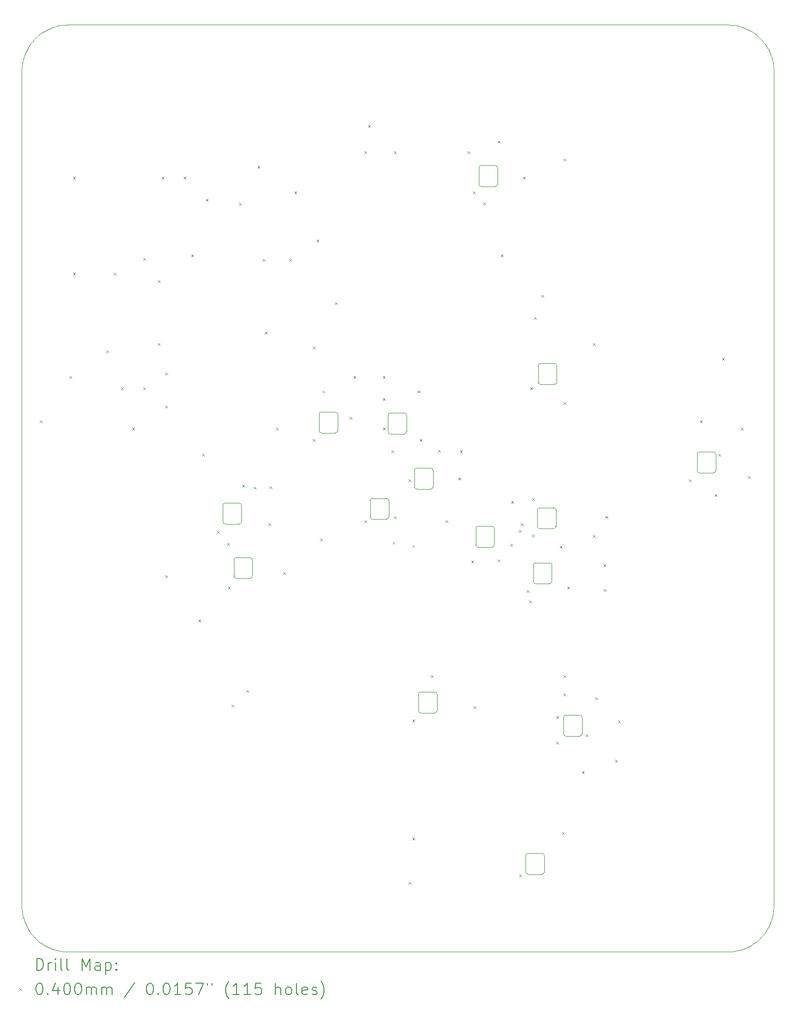
<source format=gbr>
%TF.GenerationSoftware,KiCad,Pcbnew,7.0.10*%
%TF.CreationDate,2024-02-18T18:29:23+01:00*%
%TF.ProjectId,hackerspacesnl,6861636b-6572-4737-9061-6365736e6c2e,rev?*%
%TF.SameCoordinates,Original*%
%TF.FileFunction,Drillmap*%
%TF.FilePolarity,Positive*%
%FSLAX45Y45*%
G04 Gerber Fmt 4.5, Leading zero omitted, Abs format (unit mm)*
G04 Created by KiCad (PCBNEW 7.0.10) date 2024-02-18 18:29:23*
%MOMM*%
%LPD*%
G01*
G04 APERTURE LIST*
%ADD10C,0.100000*%
%ADD11C,0.050000*%
%ADD12C,0.200000*%
G04 APERTURE END LIST*
D10*
X3223937Y-3686033D02*
X3224970Y-3644873D01*
X3223937Y-18041127D02*
X3223937Y-3686033D01*
X3224970Y-3644873D02*
X3228036Y-3604267D01*
X3224970Y-18082286D02*
X3223937Y-18041127D01*
X3228036Y-3604267D02*
X3233086Y-3564265D01*
X3228036Y-18122892D02*
X3224970Y-18082286D01*
X3233086Y-3564265D02*
X3240071Y-3524915D01*
X3233086Y-18162895D02*
X3228036Y-18122892D01*
X3240071Y-3524915D02*
X3248942Y-3486267D01*
X3240071Y-18202244D02*
X3233086Y-18162895D01*
X3248942Y-3486267D02*
X3259648Y-3448371D01*
X3248942Y-18240892D02*
X3240071Y-18202244D01*
X3259648Y-3448371D02*
X3272141Y-3411276D01*
X3259648Y-18278788D02*
X3248942Y-18240892D01*
X3272141Y-3411276D02*
X3286371Y-3375031D01*
X3272141Y-18315883D02*
X3259648Y-18278788D01*
X3286371Y-3375031D02*
X3302289Y-3339685D01*
X3286371Y-18352129D02*
X3272141Y-18315883D01*
X3302289Y-3339685D02*
X3319846Y-3305288D01*
X3302289Y-18387474D02*
X3286371Y-18352129D01*
X3319846Y-3305288D02*
X3338993Y-3271890D01*
X3319846Y-18421871D02*
X3302289Y-18387474D01*
X3338993Y-3271890D02*
X3359679Y-3239539D01*
X3338993Y-18455269D02*
X3319846Y-18421871D01*
X3359679Y-3239539D02*
X3381857Y-3208285D01*
X3359679Y-18487620D02*
X3338993Y-18455269D01*
X3381857Y-3208285D02*
X3405475Y-3178177D01*
X3381857Y-18518874D02*
X3359679Y-18487620D01*
X3405475Y-3178177D02*
X3430486Y-3149266D01*
X3405475Y-18548982D02*
X3381857Y-18518874D01*
X3430486Y-3149266D02*
X3456839Y-3121599D01*
X3430486Y-18577894D02*
X3405475Y-18548982D01*
X3456839Y-3121599D02*
X3484486Y-3095226D01*
X3456839Y-18605561D02*
X3430486Y-18577894D01*
X3484486Y-3095226D02*
X3513377Y-3070197D01*
X3484486Y-18631933D02*
X3456839Y-18605561D01*
X3513377Y-3070197D02*
X3543463Y-3046562D01*
X3513377Y-18656962D02*
X3484486Y-18631933D01*
X3543463Y-3046562D02*
X3574695Y-3024368D01*
X3543463Y-18680598D02*
X3513377Y-18656962D01*
X3574695Y-3024368D02*
X3607022Y-3003667D01*
X3574695Y-18702791D02*
X3543463Y-18680598D01*
X3607022Y-3003667D02*
X3640397Y-2984507D01*
X3607022Y-18723492D02*
X3574695Y-18702791D01*
X3640397Y-2984507D02*
X3674768Y-2966937D01*
X3640397Y-18742653D02*
X3607022Y-18723492D01*
X3674768Y-2966937D02*
X3710089Y-2951007D01*
X3674768Y-18760222D02*
X3640397Y-18742653D01*
X3710089Y-2951007D02*
X3746308Y-2936767D01*
X3710089Y-18776152D02*
X3674768Y-18760222D01*
X3746308Y-2936767D02*
X3783376Y-2924265D01*
X3746308Y-18790393D02*
X3710089Y-18776152D01*
X3783376Y-2924265D02*
X3821245Y-2913551D01*
X3783376Y-18802895D02*
X3746308Y-18790393D01*
X3821245Y-2913551D02*
X3859865Y-2904674D01*
X3821245Y-18813608D02*
X3783376Y-18802895D01*
X3859865Y-2904674D02*
X3899186Y-2897684D01*
X3859865Y-18822485D02*
X3821245Y-18813608D01*
X3899186Y-2897684D02*
X3939160Y-2892630D01*
X3899186Y-18829475D02*
X3859865Y-18822485D01*
X3939160Y-2892630D02*
X3979736Y-2889562D01*
X3939160Y-18834529D02*
X3899186Y-18829475D01*
X3979736Y-2889562D02*
X4020866Y-2888528D01*
X3979736Y-18837598D02*
X3939160Y-18834529D01*
X4020866Y-2888528D02*
X4020866Y-2888528D01*
X4020866Y-2888528D02*
X4020866Y-2888528D01*
X4020866Y-2888528D02*
X15377112Y-2888528D01*
X4020866Y-18838632D02*
X3979736Y-18837598D01*
X15377112Y-2888528D02*
X15418242Y-2889562D01*
X15377112Y-18838632D02*
X4020866Y-18838632D01*
X15418242Y-2889562D02*
X15458819Y-2892630D01*
X15418242Y-18837598D02*
X15377112Y-18838632D01*
X15458819Y-2892630D02*
X15498792Y-2897684D01*
X15458819Y-18834529D02*
X15418242Y-18837598D01*
X15498792Y-2897684D02*
X15538114Y-2904674D01*
X15498792Y-18829475D02*
X15458819Y-18834529D01*
X15538114Y-2904674D02*
X15576733Y-2913551D01*
X15538114Y-18822485D02*
X15498792Y-18829475D01*
X15576733Y-2913551D02*
X15614602Y-2924265D01*
X15576733Y-18813608D02*
X15538114Y-18822485D01*
X15614602Y-2924265D02*
X15651671Y-2936767D01*
X15614602Y-18802895D02*
X15576733Y-18813608D01*
X15651671Y-2936767D02*
X15687890Y-2951007D01*
X15651671Y-18790393D02*
X15614602Y-18802895D01*
X15687890Y-2951007D02*
X15723210Y-2966937D01*
X15687890Y-18776152D02*
X15651671Y-18790393D01*
X15723210Y-2966937D02*
X15757582Y-2984507D01*
X15723210Y-18760222D02*
X15687890Y-18776152D01*
X15757582Y-2984507D02*
X15790956Y-3003667D01*
X15757582Y-18742653D02*
X15723210Y-18760222D01*
X15790956Y-3003667D02*
X15823284Y-3024368D01*
X15790956Y-18723492D02*
X15757582Y-18742653D01*
X15823284Y-3024368D02*
X15854515Y-3046562D01*
X15823284Y-18702791D02*
X15790956Y-18723492D01*
X15854515Y-3046562D02*
X15884601Y-3070197D01*
X15854515Y-18680598D02*
X15823284Y-18702791D01*
X15884601Y-3070197D02*
X15913492Y-3095226D01*
X15884601Y-18656962D02*
X15854515Y-18680598D01*
X15913492Y-3095226D02*
X15941139Y-3121599D01*
X15913492Y-18631933D02*
X15884601Y-18656962D01*
X15941139Y-3121599D02*
X15967493Y-3149266D01*
X15941139Y-18605561D02*
X15913492Y-18631933D01*
X15967493Y-3149266D02*
X15992504Y-3178177D01*
X15967493Y-18577894D02*
X15941139Y-18605561D01*
X15992504Y-3178177D02*
X16016122Y-3208285D01*
X15992504Y-18548982D02*
X15967493Y-18577894D01*
X16016122Y-3208285D02*
X16038299Y-3239539D01*
X16016122Y-18518874D02*
X15992504Y-18548982D01*
X16038299Y-3239539D02*
X16058986Y-3271890D01*
X16038299Y-18487620D02*
X16016122Y-18518874D01*
X16058986Y-3271890D02*
X16078132Y-3305288D01*
X16058986Y-18455269D02*
X16038299Y-18487620D01*
X16078132Y-3305288D02*
X16095689Y-3339685D01*
X16078132Y-18421871D02*
X16058986Y-18455269D01*
X16095689Y-3339685D02*
X16111608Y-3375031D01*
X16095689Y-18387474D02*
X16078132Y-18421871D01*
X16111608Y-3375031D02*
X16125838Y-3411276D01*
X16111608Y-18352129D02*
X16095689Y-18387474D01*
X16125838Y-3411276D02*
X16138331Y-3448371D01*
X16125838Y-18315883D02*
X16111608Y-18352129D01*
X16138331Y-3448371D02*
X16149037Y-3486267D01*
X16138331Y-18278788D02*
X16125838Y-18315883D01*
X16149037Y-3486267D02*
X16157907Y-3524915D01*
X16149037Y-18240892D02*
X16138331Y-18278788D01*
X16157907Y-3524915D02*
X16164892Y-3564265D01*
X16157907Y-18202244D02*
X16149037Y-18240892D01*
X16164892Y-3564265D02*
X16169943Y-3604267D01*
X16164892Y-18162895D02*
X16157907Y-18202244D01*
X16169943Y-3604267D02*
X16173009Y-3644873D01*
X16169943Y-18122892D02*
X16164892Y-18162895D01*
X16173009Y-3644873D02*
X16174042Y-3686033D01*
X16173009Y-18082286D02*
X16169943Y-18122892D01*
X16174042Y-3686033D02*
X16174042Y-18041127D01*
X16174042Y-18041127D02*
X16173009Y-18082286D01*
D11*
X9501744Y-11394608D02*
X9261744Y-11394608D01*
X9221744Y-11354608D02*
X9221744Y-11074608D01*
X9541744Y-11354608D02*
X9541744Y-11074608D01*
X9501744Y-11034608D02*
X9261744Y-11034608D01*
X9221744Y-11354608D02*
G75*
G03*
X9261744Y-11394608I40000J0D01*
G01*
X9501744Y-11394608D02*
G75*
G03*
X9541744Y-11354608I0J40000D01*
G01*
X9261744Y-11034608D02*
G75*
G03*
X9221744Y-11074608I0J-40000D01*
G01*
X9541744Y-11074608D02*
G75*
G03*
X9501744Y-11034608I-40000J0D01*
G01*
X7155800Y-12413910D02*
X6915800Y-12413910D01*
X6875800Y-12373910D02*
X6875800Y-12093910D01*
X7195800Y-12373910D02*
X7195800Y-12093910D01*
X7155800Y-12053910D02*
X6915800Y-12053910D01*
X6875800Y-12373910D02*
G75*
G03*
X6915800Y-12413910I40000J0D01*
G01*
X7155800Y-12413910D02*
G75*
G03*
X7195800Y-12373910I0J40000D01*
G01*
X6915800Y-12053910D02*
G75*
G03*
X6875800Y-12093910I0J-40000D01*
G01*
X7195800Y-12093910D02*
G75*
G03*
X7155800Y-12053910I-40000J0D01*
G01*
X12395910Y-9074240D02*
X12155910Y-9074240D01*
X12115910Y-9034240D02*
X12115910Y-8754240D01*
X12435910Y-9034240D02*
X12435910Y-8754240D01*
X12395910Y-8714240D02*
X12155910Y-8714240D01*
X12115910Y-9034240D02*
G75*
G03*
X12155910Y-9074240I40000J0D01*
G01*
X12395910Y-9074240D02*
G75*
G03*
X12435910Y-9034240I0J40000D01*
G01*
X12155910Y-8714240D02*
G75*
G03*
X12115910Y-8754240I0J-40000D01*
G01*
X12435910Y-8754240D02*
G75*
G03*
X12395910Y-8714240I-40000J0D01*
G01*
X12383210Y-11557090D02*
X12143210Y-11557090D01*
X12103210Y-11517090D02*
X12103210Y-11237090D01*
X12423210Y-11517090D02*
X12423210Y-11237090D01*
X12383210Y-11197090D02*
X12143210Y-11197090D01*
X12103210Y-11517090D02*
G75*
G03*
X12143210Y-11557090I40000J0D01*
G01*
X12383210Y-11557090D02*
G75*
G03*
X12423210Y-11517090I0J40000D01*
G01*
X12143210Y-11197090D02*
G75*
G03*
X12103210Y-11237090I0J-40000D01*
G01*
X12423210Y-11237090D02*
G75*
G03*
X12383210Y-11197090I-40000J0D01*
G01*
X11321490Y-11875860D02*
X11081490Y-11875860D01*
X11041490Y-11835860D02*
X11041490Y-11555860D01*
X11361490Y-11835860D02*
X11361490Y-11555860D01*
X11321490Y-11515860D02*
X11081490Y-11515860D01*
X11041490Y-11835860D02*
G75*
G03*
X11081490Y-11875860I40000J0D01*
G01*
X11321490Y-11875860D02*
G75*
G03*
X11361490Y-11835860I0J40000D01*
G01*
X11081490Y-11515860D02*
G75*
G03*
X11041490Y-11555860I0J-40000D01*
G01*
X11361490Y-11555860D02*
G75*
G03*
X11321490Y-11515860I-40000J0D01*
G01*
X10334700Y-14729550D02*
X10094700Y-14729550D01*
X10054700Y-14689550D02*
X10054700Y-14409550D01*
X10374700Y-14689550D02*
X10374700Y-14409550D01*
X10334700Y-14369550D02*
X10094700Y-14369550D01*
X10054700Y-14689550D02*
G75*
G03*
X10094700Y-14729550I40000J0D01*
G01*
X10334700Y-14729550D02*
G75*
G03*
X10374700Y-14689550I0J40000D01*
G01*
X10094700Y-14369550D02*
G75*
G03*
X10054700Y-14409550I0J-40000D01*
G01*
X10374700Y-14409550D02*
G75*
G03*
X10334700Y-14369550I-40000J0D01*
G01*
X9810190Y-9926410D02*
X9570190Y-9926410D01*
X9530190Y-9886410D02*
X9530190Y-9606410D01*
X9850190Y-9886410D02*
X9850190Y-9606410D01*
X9810190Y-9566410D02*
X9570190Y-9566410D01*
X9530190Y-9886410D02*
G75*
G03*
X9570190Y-9926410I40000J0D01*
G01*
X9810190Y-9926410D02*
G75*
G03*
X9850190Y-9886410I0J40000D01*
G01*
X9570190Y-9566410D02*
G75*
G03*
X9530190Y-9606410I0J-40000D01*
G01*
X9850190Y-9606410D02*
G75*
G03*
X9810190Y-9566410I-40000J0D01*
G01*
X15133940Y-10597048D02*
X14893940Y-10597048D01*
X14853940Y-10557048D02*
X14853940Y-10277048D01*
X15173940Y-10557048D02*
X15173940Y-10277048D01*
X15133940Y-10237048D02*
X14893940Y-10237048D01*
X14853940Y-10557048D02*
G75*
G03*
X14893940Y-10597048I40000J0D01*
G01*
X15133940Y-10597048D02*
G75*
G03*
X15173940Y-10557048I0J40000D01*
G01*
X14893940Y-10237048D02*
G75*
G03*
X14853940Y-10277048I0J-40000D01*
G01*
X15173940Y-10277048D02*
G75*
G03*
X15133940Y-10237048I-40000J0D01*
G01*
X12312508Y-12505604D02*
X12072508Y-12505604D01*
X12032508Y-12465604D02*
X12032508Y-12185604D01*
X12352508Y-12465604D02*
X12352508Y-12185604D01*
X12312508Y-12145604D02*
X12072508Y-12145604D01*
X12032508Y-12465604D02*
G75*
G03*
X12072508Y-12505604I40000J0D01*
G01*
X12312508Y-12505604D02*
G75*
G03*
X12352508Y-12465604I0J40000D01*
G01*
X12072508Y-12145604D02*
G75*
G03*
X12032508Y-12185604I0J-40000D01*
G01*
X12352508Y-12185604D02*
G75*
G03*
X12312508Y-12145604I-40000J0D01*
G01*
X12181280Y-17503230D02*
X11941280Y-17503230D01*
X11901280Y-17463230D02*
X11901280Y-17183230D01*
X12221280Y-17463230D02*
X12221280Y-17183230D01*
X12181280Y-17143230D02*
X11941280Y-17143230D01*
X11901280Y-17463230D02*
G75*
G03*
X11941280Y-17503230I40000J0D01*
G01*
X12181280Y-17503230D02*
G75*
G03*
X12221280Y-17463230I0J40000D01*
G01*
X11941280Y-17143230D02*
G75*
G03*
X11901280Y-17183230I0J-40000D01*
G01*
X12221280Y-17183230D02*
G75*
G03*
X12181280Y-17143230I-40000J0D01*
G01*
X8622740Y-9909900D02*
X8382740Y-9909900D01*
X8342740Y-9869900D02*
X8342740Y-9589900D01*
X8662740Y-9869900D02*
X8662740Y-9589900D01*
X8622740Y-9549900D02*
X8382740Y-9549900D01*
X8342740Y-9869900D02*
G75*
G03*
X8382740Y-9909900I40000J0D01*
G01*
X8622740Y-9909900D02*
G75*
G03*
X8662740Y-9869900I0J40000D01*
G01*
X8382740Y-9549900D02*
G75*
G03*
X8342740Y-9589900I0J-40000D01*
G01*
X8662740Y-9589900D02*
G75*
G03*
X8622740Y-9549900I-40000J0D01*
G01*
X6967750Y-11477080D02*
X6727750Y-11477080D01*
X6687750Y-11437080D02*
X6687750Y-11157080D01*
X7007750Y-11437080D02*
X7007750Y-11157080D01*
X6967750Y-11117080D02*
X6727750Y-11117080D01*
X6687750Y-11437080D02*
G75*
G03*
X6727750Y-11477080I40000J0D01*
G01*
X6967750Y-11477080D02*
G75*
G03*
X7007750Y-11437080I0J40000D01*
G01*
X6727750Y-11117080D02*
G75*
G03*
X6687750Y-11157080I0J-40000D01*
G01*
X7007750Y-11157080D02*
G75*
G03*
X6967750Y-11117080I-40000J0D01*
G01*
X10264850Y-10877640D02*
X10024850Y-10877640D01*
X9984850Y-10837640D02*
X9984850Y-10557640D01*
X10304850Y-10837640D02*
X10304850Y-10557640D01*
X10264850Y-10517640D02*
X10024850Y-10517640D01*
X9984850Y-10837640D02*
G75*
G03*
X10024850Y-10877640I40000J0D01*
G01*
X10264850Y-10877640D02*
G75*
G03*
X10304850Y-10837640I0J40000D01*
G01*
X10024850Y-10517640D02*
G75*
G03*
X9984850Y-10557640I0J-40000D01*
G01*
X10304850Y-10557640D02*
G75*
G03*
X10264850Y-10517640I-40000J0D01*
G01*
X11375920Y-5669370D02*
X11135920Y-5669370D01*
X11095920Y-5629370D02*
X11095920Y-5349370D01*
X11415920Y-5629370D02*
X11415920Y-5349370D01*
X11375920Y-5309370D02*
X11135920Y-5309370D01*
X11095920Y-5629370D02*
G75*
G03*
X11135920Y-5669370I40000J0D01*
G01*
X11375920Y-5669370D02*
G75*
G03*
X11415920Y-5629370I0J40000D01*
G01*
X11135920Y-5309370D02*
G75*
G03*
X11095920Y-5349370I0J-40000D01*
G01*
X11415920Y-5349370D02*
G75*
G03*
X11375920Y-5309370I-40000J0D01*
G01*
X12831520Y-15125790D02*
X12591520Y-15125790D01*
X12551520Y-15085790D02*
X12551520Y-14805790D01*
X12871520Y-15085790D02*
X12871520Y-14805790D01*
X12831520Y-14765790D02*
X12591520Y-14765790D01*
X12551520Y-15085790D02*
G75*
G03*
X12591520Y-15125790I40000J0D01*
G01*
X12831520Y-15125790D02*
G75*
G03*
X12871520Y-15085790I0J40000D01*
G01*
X12591520Y-14765790D02*
G75*
G03*
X12551520Y-14805790I0J-40000D01*
G01*
X12871520Y-14805790D02*
G75*
G03*
X12831520Y-14765790I-40000J0D01*
G01*
D12*
D10*
X3536000Y-9695500D02*
X3576000Y-9735500D01*
X3576000Y-9695500D02*
X3536000Y-9735500D01*
X4044000Y-8933500D02*
X4084000Y-8973500D01*
X4084000Y-8933500D02*
X4044000Y-8973500D01*
X4107500Y-5504500D02*
X4147500Y-5544500D01*
X4147500Y-5504500D02*
X4107500Y-5544500D01*
X4107500Y-7155500D02*
X4147500Y-7195500D01*
X4147500Y-7155500D02*
X4107500Y-7195500D01*
X4679000Y-8489000D02*
X4719000Y-8529000D01*
X4719000Y-8489000D02*
X4679000Y-8529000D01*
X4806000Y-7155500D02*
X4846000Y-7195500D01*
X4846000Y-7155500D02*
X4806000Y-7195500D01*
X4933000Y-9124000D02*
X4973000Y-9164000D01*
X4973000Y-9124000D02*
X4933000Y-9164000D01*
X5123500Y-9822500D02*
X5163500Y-9862500D01*
X5163500Y-9822500D02*
X5123500Y-9862500D01*
X5314000Y-6901500D02*
X5354000Y-6941500D01*
X5354000Y-6901500D02*
X5314000Y-6941500D01*
X5314000Y-9124000D02*
X5354000Y-9164000D01*
X5354000Y-9124000D02*
X5314000Y-9164000D01*
X5568000Y-7282500D02*
X5608000Y-7322500D01*
X5608000Y-7282500D02*
X5568000Y-7322500D01*
X5568000Y-8362000D02*
X5608000Y-8402000D01*
X5608000Y-8362000D02*
X5568000Y-8402000D01*
X5631500Y-5504500D02*
X5671500Y-5544500D01*
X5671500Y-5504500D02*
X5631500Y-5544500D01*
X5695000Y-8870000D02*
X5735000Y-8910000D01*
X5735000Y-8870000D02*
X5695000Y-8910000D01*
X5695000Y-9441500D02*
X5735000Y-9481500D01*
X5735000Y-9441500D02*
X5695000Y-9481500D01*
X5695000Y-12362500D02*
X5735000Y-12402500D01*
X5735000Y-12362500D02*
X5695000Y-12402500D01*
X6012500Y-5504500D02*
X6052500Y-5544500D01*
X6052500Y-5504500D02*
X6012500Y-5544500D01*
X6139500Y-6838000D02*
X6179500Y-6878000D01*
X6179500Y-6838000D02*
X6139500Y-6878000D01*
X6266500Y-13124500D02*
X6306500Y-13164500D01*
X6306500Y-13124500D02*
X6266500Y-13164500D01*
X6330000Y-10267000D02*
X6370000Y-10307000D01*
X6370000Y-10267000D02*
X6330000Y-10307000D01*
X6393500Y-5885500D02*
X6433500Y-5925500D01*
X6433500Y-5885500D02*
X6393500Y-5925500D01*
X6584000Y-11600500D02*
X6624000Y-11640500D01*
X6624000Y-11600500D02*
X6584000Y-11640500D01*
X6760000Y-11800000D02*
X6800000Y-11840000D01*
X6800000Y-11800000D02*
X6760000Y-11840000D01*
X6774500Y-12553000D02*
X6814500Y-12593000D01*
X6814500Y-12553000D02*
X6774500Y-12593000D01*
X6838000Y-14585000D02*
X6878000Y-14625000D01*
X6878000Y-14585000D02*
X6838000Y-14625000D01*
X6965000Y-5949000D02*
X7005000Y-5989000D01*
X7005000Y-5949000D02*
X6965000Y-5989000D01*
X7020000Y-10800000D02*
X7060000Y-10840000D01*
X7060000Y-10800000D02*
X7020000Y-10840000D01*
X7092000Y-14331000D02*
X7132000Y-14371000D01*
X7132000Y-14331000D02*
X7092000Y-14371000D01*
X7219000Y-10838500D02*
X7259000Y-10878500D01*
X7259000Y-10838500D02*
X7219000Y-10878500D01*
X7282500Y-5314000D02*
X7322500Y-5354000D01*
X7322500Y-5314000D02*
X7282500Y-5354000D01*
X7371400Y-6914200D02*
X7411400Y-6954200D01*
X7411400Y-6914200D02*
X7371400Y-6954200D01*
X7409500Y-8171500D02*
X7449500Y-8211500D01*
X7449500Y-8171500D02*
X7409500Y-8211500D01*
X7470000Y-11460000D02*
X7510000Y-11500000D01*
X7510000Y-11460000D02*
X7470000Y-11500000D01*
X7490000Y-10830000D02*
X7530000Y-10870000D01*
X7530000Y-10830000D02*
X7490000Y-10870000D01*
X7600000Y-9822500D02*
X7640000Y-9862500D01*
X7640000Y-9822500D02*
X7600000Y-9862500D01*
X7727000Y-12299000D02*
X7767000Y-12339000D01*
X7767000Y-12299000D02*
X7727000Y-12339000D01*
X7828600Y-6914200D02*
X7868600Y-6954200D01*
X7868600Y-6914200D02*
X7828600Y-6954200D01*
X7917500Y-5758500D02*
X7957500Y-5798500D01*
X7957500Y-5758500D02*
X7917500Y-5798500D01*
X8235000Y-8425500D02*
X8275000Y-8465500D01*
X8275000Y-8425500D02*
X8235000Y-8465500D01*
X8235000Y-10013000D02*
X8275000Y-10053000D01*
X8275000Y-10013000D02*
X8235000Y-10053000D01*
X8298500Y-6584000D02*
X8338500Y-6624000D01*
X8338500Y-6584000D02*
X8298500Y-6624000D01*
X8362000Y-11727500D02*
X8402000Y-11767500D01*
X8402000Y-11727500D02*
X8362000Y-11767500D01*
X8400000Y-9180000D02*
X8440000Y-9220000D01*
X8440000Y-9180000D02*
X8400000Y-9220000D01*
X8616000Y-7663500D02*
X8656000Y-7703500D01*
X8656000Y-7663500D02*
X8616000Y-7703500D01*
X8870000Y-9632000D02*
X8910000Y-9672000D01*
X8910000Y-9632000D02*
X8870000Y-9672000D01*
X8933500Y-8933500D02*
X8973500Y-8973500D01*
X8973500Y-8933500D02*
X8933500Y-8973500D01*
X9124000Y-5060000D02*
X9164000Y-5100000D01*
X9164000Y-5060000D02*
X9124000Y-5100000D01*
X9124000Y-11410000D02*
X9164000Y-11450000D01*
X9164000Y-11410000D02*
X9124000Y-11450000D01*
X9187500Y-4615500D02*
X9227500Y-4655500D01*
X9227500Y-4615500D02*
X9187500Y-4655500D01*
X9441500Y-8933500D02*
X9481500Y-8973500D01*
X9481500Y-8933500D02*
X9441500Y-8973500D01*
X9441500Y-9314500D02*
X9481500Y-9354500D01*
X9481500Y-9314500D02*
X9441500Y-9354500D01*
X9441500Y-9822500D02*
X9481500Y-9862500D01*
X9481500Y-9822500D02*
X9441500Y-9862500D01*
X9590000Y-10210000D02*
X9630000Y-10250000D01*
X9630000Y-10210000D02*
X9590000Y-10250000D01*
X9610000Y-11780000D02*
X9650000Y-11820000D01*
X9650000Y-11780000D02*
X9610000Y-11820000D01*
X9632000Y-5060000D02*
X9672000Y-5100000D01*
X9672000Y-5060000D02*
X9632000Y-5100000D01*
X9632000Y-11346500D02*
X9672000Y-11386500D01*
X9672000Y-11346500D02*
X9632000Y-11386500D01*
X9886000Y-10711500D02*
X9926000Y-10751500D01*
X9926000Y-10711500D02*
X9886000Y-10751500D01*
X9886000Y-17633000D02*
X9926000Y-17673000D01*
X9926000Y-17633000D02*
X9886000Y-17673000D01*
X9949500Y-14839000D02*
X9989500Y-14879000D01*
X9989500Y-14839000D02*
X9949500Y-14879000D01*
X9949500Y-16871000D02*
X9989500Y-16911000D01*
X9989500Y-16871000D02*
X9949500Y-16911000D01*
X9950000Y-11840000D02*
X9990000Y-11880000D01*
X9990000Y-11840000D02*
X9950000Y-11880000D01*
X10040000Y-9180000D02*
X10080000Y-9220000D01*
X10080000Y-9180000D02*
X10040000Y-9220000D01*
X10076500Y-10013000D02*
X10116500Y-10053000D01*
X10116500Y-10013000D02*
X10076500Y-10053000D01*
X10267000Y-14077000D02*
X10307000Y-14117000D01*
X10307000Y-14077000D02*
X10267000Y-14117000D01*
X10394000Y-10203500D02*
X10434000Y-10243500D01*
X10434000Y-10203500D02*
X10394000Y-10243500D01*
X10521000Y-11410000D02*
X10561000Y-11450000D01*
X10561000Y-11410000D02*
X10521000Y-11450000D01*
X10740000Y-10680000D02*
X10780000Y-10720000D01*
X10780000Y-10680000D02*
X10740000Y-10720000D01*
X10770000Y-10210000D02*
X10810000Y-10250000D01*
X10810000Y-10210000D02*
X10770000Y-10250000D01*
X10902000Y-5060000D02*
X10942000Y-5100000D01*
X10942000Y-5060000D02*
X10902000Y-5100000D01*
X10965500Y-12108500D02*
X11005500Y-12148500D01*
X11005500Y-12108500D02*
X10965500Y-12148500D01*
X10992000Y-5758500D02*
X11032000Y-5798500D01*
X11032000Y-5758500D02*
X10992000Y-5798500D01*
X11003600Y-14610400D02*
X11043600Y-14650400D01*
X11043600Y-14610400D02*
X11003600Y-14650400D01*
X11170000Y-5940000D02*
X11210000Y-5980000D01*
X11210000Y-5940000D02*
X11170000Y-5980000D01*
X11420000Y-4880000D02*
X11460000Y-4920000D01*
X11460000Y-4880000D02*
X11420000Y-4920000D01*
X11420000Y-12090000D02*
X11460000Y-12130000D01*
X11460000Y-12090000D02*
X11420000Y-12130000D01*
X11473500Y-6838000D02*
X11513500Y-6878000D01*
X11513500Y-6838000D02*
X11473500Y-6878000D01*
X11640000Y-11820000D02*
X11680000Y-11860000D01*
X11680000Y-11820000D02*
X11640000Y-11860000D01*
X11651300Y-11079800D02*
X11691300Y-11119800D01*
X11691300Y-11079800D02*
X11651300Y-11119800D01*
X11780000Y-11580000D02*
X11820000Y-11620000D01*
X11820000Y-11580000D02*
X11780000Y-11620000D01*
X11791000Y-17506000D02*
X11831000Y-17546000D01*
X11831000Y-17506000D02*
X11791000Y-17546000D01*
X11816400Y-11460800D02*
X11856400Y-11500800D01*
X11856400Y-11460800D02*
X11816400Y-11500800D01*
X11854500Y-5504500D02*
X11894500Y-5544500D01*
X11894500Y-5504500D02*
X11854500Y-5544500D01*
X11918000Y-12616500D02*
X11958000Y-12656500D01*
X11958000Y-12616500D02*
X11918000Y-12656500D01*
X11960000Y-12790000D02*
X12000000Y-12830000D01*
X12000000Y-12790000D02*
X11960000Y-12830000D01*
X11981500Y-9124000D02*
X12021500Y-9164000D01*
X12021500Y-9124000D02*
X11981500Y-9164000D01*
X12008000Y-11660185D02*
X12048000Y-11700185D01*
X12048000Y-11660185D02*
X12008000Y-11700185D01*
X12010000Y-11030000D02*
X12050000Y-11070000D01*
X12050000Y-11030000D02*
X12010000Y-11070000D01*
X12045000Y-7917500D02*
X12085000Y-7957500D01*
X12085000Y-7917500D02*
X12045000Y-7957500D01*
X12172000Y-7536500D02*
X12212000Y-7576500D01*
X12212000Y-7536500D02*
X12172000Y-7576500D01*
X12426000Y-15220000D02*
X12466000Y-15260000D01*
X12466000Y-15220000D02*
X12426000Y-15260000D01*
X12430000Y-14780000D02*
X12470000Y-14820000D01*
X12470000Y-14780000D02*
X12430000Y-14820000D01*
X12489500Y-11854500D02*
X12529500Y-11894500D01*
X12529500Y-11854500D02*
X12489500Y-11894500D01*
X12530000Y-16780000D02*
X12570000Y-16820000D01*
X12570000Y-16780000D02*
X12530000Y-16820000D01*
X12553000Y-5187000D02*
X12593000Y-5227000D01*
X12593000Y-5187000D02*
X12553000Y-5227000D01*
X12553000Y-9378000D02*
X12593000Y-9418000D01*
X12593000Y-9378000D02*
X12553000Y-9418000D01*
X12553000Y-14077000D02*
X12593000Y-14117000D01*
X12593000Y-14077000D02*
X12553000Y-14117000D01*
X12553000Y-14394500D02*
X12593000Y-14434500D01*
X12593000Y-14394500D02*
X12553000Y-14434500D01*
X12616500Y-12553000D02*
X12656500Y-12593000D01*
X12656500Y-12553000D02*
X12616500Y-12593000D01*
X12870500Y-15728000D02*
X12910500Y-15768000D01*
X12910500Y-15728000D02*
X12870500Y-15768000D01*
X12934000Y-15093000D02*
X12974000Y-15133000D01*
X12974000Y-15093000D02*
X12934000Y-15133000D01*
X13061000Y-8362000D02*
X13101000Y-8402000D01*
X13101000Y-8362000D02*
X13061000Y-8402000D01*
X13061000Y-11664000D02*
X13101000Y-11704000D01*
X13101000Y-11664000D02*
X13061000Y-11704000D01*
X13100000Y-14460000D02*
X13140000Y-14500000D01*
X13140000Y-14460000D02*
X13100000Y-14500000D01*
X13240000Y-12170000D02*
X13280000Y-12210000D01*
X13280000Y-12170000D02*
X13240000Y-12210000D01*
X13250000Y-12600000D02*
X13290000Y-12640000D01*
X13290000Y-12600000D02*
X13250000Y-12640000D01*
X13270000Y-11340000D02*
X13310000Y-11380000D01*
X13310000Y-11340000D02*
X13270000Y-11380000D01*
X13442000Y-15537500D02*
X13482000Y-15577500D01*
X13482000Y-15537500D02*
X13442000Y-15577500D01*
X13490000Y-14860000D02*
X13530000Y-14900000D01*
X13530000Y-14860000D02*
X13490000Y-14900000D01*
X14712000Y-10711500D02*
X14752000Y-10751500D01*
X14752000Y-10711500D02*
X14712000Y-10751500D01*
X14902500Y-9695500D02*
X14942500Y-9735500D01*
X14942500Y-9695500D02*
X14902500Y-9735500D01*
X15156500Y-10965500D02*
X15196500Y-11005500D01*
X15196500Y-10965500D02*
X15156500Y-11005500D01*
X15220000Y-10267000D02*
X15260000Y-10307000D01*
X15260000Y-10267000D02*
X15220000Y-10307000D01*
X15283500Y-8616000D02*
X15323500Y-8656000D01*
X15323500Y-8616000D02*
X15283500Y-8656000D01*
X15610000Y-9820000D02*
X15650000Y-9860000D01*
X15650000Y-9820000D02*
X15610000Y-9860000D01*
X15728000Y-10648000D02*
X15768000Y-10688000D01*
X15768000Y-10648000D02*
X15728000Y-10688000D01*
D12*
X3479714Y-19155115D02*
X3479714Y-18955115D01*
X3479714Y-18955115D02*
X3527333Y-18955115D01*
X3527333Y-18955115D02*
X3555904Y-18964639D01*
X3555904Y-18964639D02*
X3574952Y-18983687D01*
X3574952Y-18983687D02*
X3584475Y-19002734D01*
X3584475Y-19002734D02*
X3593999Y-19040830D01*
X3593999Y-19040830D02*
X3593999Y-19069401D01*
X3593999Y-19069401D02*
X3584475Y-19107496D01*
X3584475Y-19107496D02*
X3574952Y-19126544D01*
X3574952Y-19126544D02*
X3555904Y-19145592D01*
X3555904Y-19145592D02*
X3527333Y-19155115D01*
X3527333Y-19155115D02*
X3479714Y-19155115D01*
X3679714Y-19155115D02*
X3679714Y-19021782D01*
X3679714Y-19059877D02*
X3689237Y-19040830D01*
X3689237Y-19040830D02*
X3698761Y-19031306D01*
X3698761Y-19031306D02*
X3717809Y-19021782D01*
X3717809Y-19021782D02*
X3736856Y-19021782D01*
X3803523Y-19155115D02*
X3803523Y-19021782D01*
X3803523Y-18955115D02*
X3793999Y-18964639D01*
X3793999Y-18964639D02*
X3803523Y-18974163D01*
X3803523Y-18974163D02*
X3813047Y-18964639D01*
X3813047Y-18964639D02*
X3803523Y-18955115D01*
X3803523Y-18955115D02*
X3803523Y-18974163D01*
X3927333Y-19155115D02*
X3908285Y-19145592D01*
X3908285Y-19145592D02*
X3898761Y-19126544D01*
X3898761Y-19126544D02*
X3898761Y-18955115D01*
X4032094Y-19155115D02*
X4013047Y-19145592D01*
X4013047Y-19145592D02*
X4003523Y-19126544D01*
X4003523Y-19126544D02*
X4003523Y-18955115D01*
X4260666Y-19155115D02*
X4260666Y-18955115D01*
X4260666Y-18955115D02*
X4327333Y-19097972D01*
X4327333Y-19097972D02*
X4393999Y-18955115D01*
X4393999Y-18955115D02*
X4393999Y-19155115D01*
X4574952Y-19155115D02*
X4574952Y-19050353D01*
X4574952Y-19050353D02*
X4565428Y-19031306D01*
X4565428Y-19031306D02*
X4546380Y-19021782D01*
X4546380Y-19021782D02*
X4508285Y-19021782D01*
X4508285Y-19021782D02*
X4489237Y-19031306D01*
X4574952Y-19145592D02*
X4555904Y-19155115D01*
X4555904Y-19155115D02*
X4508285Y-19155115D01*
X4508285Y-19155115D02*
X4489237Y-19145592D01*
X4489237Y-19145592D02*
X4479714Y-19126544D01*
X4479714Y-19126544D02*
X4479714Y-19107496D01*
X4479714Y-19107496D02*
X4489237Y-19088449D01*
X4489237Y-19088449D02*
X4508285Y-19078925D01*
X4508285Y-19078925D02*
X4555904Y-19078925D01*
X4555904Y-19078925D02*
X4574952Y-19069401D01*
X4670190Y-19021782D02*
X4670190Y-19221782D01*
X4670190Y-19031306D02*
X4689237Y-19021782D01*
X4689237Y-19021782D02*
X4727333Y-19021782D01*
X4727333Y-19021782D02*
X4746380Y-19031306D01*
X4746380Y-19031306D02*
X4755904Y-19040830D01*
X4755904Y-19040830D02*
X4765428Y-19059877D01*
X4765428Y-19059877D02*
X4765428Y-19117020D01*
X4765428Y-19117020D02*
X4755904Y-19136068D01*
X4755904Y-19136068D02*
X4746380Y-19145592D01*
X4746380Y-19145592D02*
X4727333Y-19155115D01*
X4727333Y-19155115D02*
X4689237Y-19155115D01*
X4689237Y-19155115D02*
X4670190Y-19145592D01*
X4851142Y-19136068D02*
X4860666Y-19145592D01*
X4860666Y-19145592D02*
X4851142Y-19155115D01*
X4851142Y-19155115D02*
X4841618Y-19145592D01*
X4841618Y-19145592D02*
X4851142Y-19136068D01*
X4851142Y-19136068D02*
X4851142Y-19155115D01*
X4851142Y-19031306D02*
X4860666Y-19040830D01*
X4860666Y-19040830D02*
X4851142Y-19050353D01*
X4851142Y-19050353D02*
X4841618Y-19040830D01*
X4841618Y-19040830D02*
X4851142Y-19031306D01*
X4851142Y-19031306D02*
X4851142Y-19050353D01*
D10*
X3178937Y-19463632D02*
X3218937Y-19503632D01*
X3218937Y-19463632D02*
X3178937Y-19503632D01*
D12*
X3517809Y-19375115D02*
X3536856Y-19375115D01*
X3536856Y-19375115D02*
X3555904Y-19384639D01*
X3555904Y-19384639D02*
X3565428Y-19394163D01*
X3565428Y-19394163D02*
X3574952Y-19413211D01*
X3574952Y-19413211D02*
X3584475Y-19451306D01*
X3584475Y-19451306D02*
X3584475Y-19498925D01*
X3584475Y-19498925D02*
X3574952Y-19537020D01*
X3574952Y-19537020D02*
X3565428Y-19556068D01*
X3565428Y-19556068D02*
X3555904Y-19565592D01*
X3555904Y-19565592D02*
X3536856Y-19575115D01*
X3536856Y-19575115D02*
X3517809Y-19575115D01*
X3517809Y-19575115D02*
X3498761Y-19565592D01*
X3498761Y-19565592D02*
X3489237Y-19556068D01*
X3489237Y-19556068D02*
X3479714Y-19537020D01*
X3479714Y-19537020D02*
X3470190Y-19498925D01*
X3470190Y-19498925D02*
X3470190Y-19451306D01*
X3470190Y-19451306D02*
X3479714Y-19413211D01*
X3479714Y-19413211D02*
X3489237Y-19394163D01*
X3489237Y-19394163D02*
X3498761Y-19384639D01*
X3498761Y-19384639D02*
X3517809Y-19375115D01*
X3670190Y-19556068D02*
X3679714Y-19565592D01*
X3679714Y-19565592D02*
X3670190Y-19575115D01*
X3670190Y-19575115D02*
X3660666Y-19565592D01*
X3660666Y-19565592D02*
X3670190Y-19556068D01*
X3670190Y-19556068D02*
X3670190Y-19575115D01*
X3851142Y-19441782D02*
X3851142Y-19575115D01*
X3803523Y-19365592D02*
X3755904Y-19508449D01*
X3755904Y-19508449D02*
X3879714Y-19508449D01*
X3993999Y-19375115D02*
X4013047Y-19375115D01*
X4013047Y-19375115D02*
X4032095Y-19384639D01*
X4032095Y-19384639D02*
X4041618Y-19394163D01*
X4041618Y-19394163D02*
X4051142Y-19413211D01*
X4051142Y-19413211D02*
X4060666Y-19451306D01*
X4060666Y-19451306D02*
X4060666Y-19498925D01*
X4060666Y-19498925D02*
X4051142Y-19537020D01*
X4051142Y-19537020D02*
X4041618Y-19556068D01*
X4041618Y-19556068D02*
X4032095Y-19565592D01*
X4032095Y-19565592D02*
X4013047Y-19575115D01*
X4013047Y-19575115D02*
X3993999Y-19575115D01*
X3993999Y-19575115D02*
X3974952Y-19565592D01*
X3974952Y-19565592D02*
X3965428Y-19556068D01*
X3965428Y-19556068D02*
X3955904Y-19537020D01*
X3955904Y-19537020D02*
X3946380Y-19498925D01*
X3946380Y-19498925D02*
X3946380Y-19451306D01*
X3946380Y-19451306D02*
X3955904Y-19413211D01*
X3955904Y-19413211D02*
X3965428Y-19394163D01*
X3965428Y-19394163D02*
X3974952Y-19384639D01*
X3974952Y-19384639D02*
X3993999Y-19375115D01*
X4184475Y-19375115D02*
X4203523Y-19375115D01*
X4203523Y-19375115D02*
X4222571Y-19384639D01*
X4222571Y-19384639D02*
X4232095Y-19394163D01*
X4232095Y-19394163D02*
X4241618Y-19413211D01*
X4241618Y-19413211D02*
X4251142Y-19451306D01*
X4251142Y-19451306D02*
X4251142Y-19498925D01*
X4251142Y-19498925D02*
X4241618Y-19537020D01*
X4241618Y-19537020D02*
X4232095Y-19556068D01*
X4232095Y-19556068D02*
X4222571Y-19565592D01*
X4222571Y-19565592D02*
X4203523Y-19575115D01*
X4203523Y-19575115D02*
X4184475Y-19575115D01*
X4184475Y-19575115D02*
X4165428Y-19565592D01*
X4165428Y-19565592D02*
X4155904Y-19556068D01*
X4155904Y-19556068D02*
X4146380Y-19537020D01*
X4146380Y-19537020D02*
X4136856Y-19498925D01*
X4136856Y-19498925D02*
X4136856Y-19451306D01*
X4136856Y-19451306D02*
X4146380Y-19413211D01*
X4146380Y-19413211D02*
X4155904Y-19394163D01*
X4155904Y-19394163D02*
X4165428Y-19384639D01*
X4165428Y-19384639D02*
X4184475Y-19375115D01*
X4336857Y-19575115D02*
X4336857Y-19441782D01*
X4336857Y-19460830D02*
X4346380Y-19451306D01*
X4346380Y-19451306D02*
X4365428Y-19441782D01*
X4365428Y-19441782D02*
X4393999Y-19441782D01*
X4393999Y-19441782D02*
X4413047Y-19451306D01*
X4413047Y-19451306D02*
X4422571Y-19470353D01*
X4422571Y-19470353D02*
X4422571Y-19575115D01*
X4422571Y-19470353D02*
X4432095Y-19451306D01*
X4432095Y-19451306D02*
X4451142Y-19441782D01*
X4451142Y-19441782D02*
X4479714Y-19441782D01*
X4479714Y-19441782D02*
X4498761Y-19451306D01*
X4498761Y-19451306D02*
X4508285Y-19470353D01*
X4508285Y-19470353D02*
X4508285Y-19575115D01*
X4603523Y-19575115D02*
X4603523Y-19441782D01*
X4603523Y-19460830D02*
X4613047Y-19451306D01*
X4613047Y-19451306D02*
X4632095Y-19441782D01*
X4632095Y-19441782D02*
X4660666Y-19441782D01*
X4660666Y-19441782D02*
X4679714Y-19451306D01*
X4679714Y-19451306D02*
X4689238Y-19470353D01*
X4689238Y-19470353D02*
X4689238Y-19575115D01*
X4689238Y-19470353D02*
X4698761Y-19451306D01*
X4698761Y-19451306D02*
X4717809Y-19441782D01*
X4717809Y-19441782D02*
X4746380Y-19441782D01*
X4746380Y-19441782D02*
X4765428Y-19451306D01*
X4765428Y-19451306D02*
X4774952Y-19470353D01*
X4774952Y-19470353D02*
X4774952Y-19575115D01*
X5165428Y-19365592D02*
X4994000Y-19622734D01*
X5422571Y-19375115D02*
X5441619Y-19375115D01*
X5441619Y-19375115D02*
X5460666Y-19384639D01*
X5460666Y-19384639D02*
X5470190Y-19394163D01*
X5470190Y-19394163D02*
X5479714Y-19413211D01*
X5479714Y-19413211D02*
X5489238Y-19451306D01*
X5489238Y-19451306D02*
X5489238Y-19498925D01*
X5489238Y-19498925D02*
X5479714Y-19537020D01*
X5479714Y-19537020D02*
X5470190Y-19556068D01*
X5470190Y-19556068D02*
X5460666Y-19565592D01*
X5460666Y-19565592D02*
X5441619Y-19575115D01*
X5441619Y-19575115D02*
X5422571Y-19575115D01*
X5422571Y-19575115D02*
X5403523Y-19565592D01*
X5403523Y-19565592D02*
X5394000Y-19556068D01*
X5394000Y-19556068D02*
X5384476Y-19537020D01*
X5384476Y-19537020D02*
X5374952Y-19498925D01*
X5374952Y-19498925D02*
X5374952Y-19451306D01*
X5374952Y-19451306D02*
X5384476Y-19413211D01*
X5384476Y-19413211D02*
X5394000Y-19394163D01*
X5394000Y-19394163D02*
X5403523Y-19384639D01*
X5403523Y-19384639D02*
X5422571Y-19375115D01*
X5574952Y-19556068D02*
X5584476Y-19565592D01*
X5584476Y-19565592D02*
X5574952Y-19575115D01*
X5574952Y-19575115D02*
X5565428Y-19565592D01*
X5565428Y-19565592D02*
X5574952Y-19556068D01*
X5574952Y-19556068D02*
X5574952Y-19575115D01*
X5708285Y-19375115D02*
X5727333Y-19375115D01*
X5727333Y-19375115D02*
X5746380Y-19384639D01*
X5746380Y-19384639D02*
X5755904Y-19394163D01*
X5755904Y-19394163D02*
X5765428Y-19413211D01*
X5765428Y-19413211D02*
X5774952Y-19451306D01*
X5774952Y-19451306D02*
X5774952Y-19498925D01*
X5774952Y-19498925D02*
X5765428Y-19537020D01*
X5765428Y-19537020D02*
X5755904Y-19556068D01*
X5755904Y-19556068D02*
X5746380Y-19565592D01*
X5746380Y-19565592D02*
X5727333Y-19575115D01*
X5727333Y-19575115D02*
X5708285Y-19575115D01*
X5708285Y-19575115D02*
X5689238Y-19565592D01*
X5689238Y-19565592D02*
X5679714Y-19556068D01*
X5679714Y-19556068D02*
X5670190Y-19537020D01*
X5670190Y-19537020D02*
X5660666Y-19498925D01*
X5660666Y-19498925D02*
X5660666Y-19451306D01*
X5660666Y-19451306D02*
X5670190Y-19413211D01*
X5670190Y-19413211D02*
X5679714Y-19394163D01*
X5679714Y-19394163D02*
X5689238Y-19384639D01*
X5689238Y-19384639D02*
X5708285Y-19375115D01*
X5965428Y-19575115D02*
X5851142Y-19575115D01*
X5908285Y-19575115D02*
X5908285Y-19375115D01*
X5908285Y-19375115D02*
X5889238Y-19403687D01*
X5889238Y-19403687D02*
X5870190Y-19422734D01*
X5870190Y-19422734D02*
X5851142Y-19432258D01*
X6146380Y-19375115D02*
X6051142Y-19375115D01*
X6051142Y-19375115D02*
X6041619Y-19470353D01*
X6041619Y-19470353D02*
X6051142Y-19460830D01*
X6051142Y-19460830D02*
X6070190Y-19451306D01*
X6070190Y-19451306D02*
X6117809Y-19451306D01*
X6117809Y-19451306D02*
X6136857Y-19460830D01*
X6136857Y-19460830D02*
X6146380Y-19470353D01*
X6146380Y-19470353D02*
X6155904Y-19489401D01*
X6155904Y-19489401D02*
X6155904Y-19537020D01*
X6155904Y-19537020D02*
X6146380Y-19556068D01*
X6146380Y-19556068D02*
X6136857Y-19565592D01*
X6136857Y-19565592D02*
X6117809Y-19575115D01*
X6117809Y-19575115D02*
X6070190Y-19575115D01*
X6070190Y-19575115D02*
X6051142Y-19565592D01*
X6051142Y-19565592D02*
X6041619Y-19556068D01*
X6222571Y-19375115D02*
X6355904Y-19375115D01*
X6355904Y-19375115D02*
X6270190Y-19575115D01*
X6422571Y-19375115D02*
X6422571Y-19413211D01*
X6498761Y-19375115D02*
X6498761Y-19413211D01*
X6794000Y-19651306D02*
X6784476Y-19641782D01*
X6784476Y-19641782D02*
X6765428Y-19613211D01*
X6765428Y-19613211D02*
X6755904Y-19594163D01*
X6755904Y-19594163D02*
X6746381Y-19565592D01*
X6746381Y-19565592D02*
X6736857Y-19517972D01*
X6736857Y-19517972D02*
X6736857Y-19479877D01*
X6736857Y-19479877D02*
X6746381Y-19432258D01*
X6746381Y-19432258D02*
X6755904Y-19403687D01*
X6755904Y-19403687D02*
X6765428Y-19384639D01*
X6765428Y-19384639D02*
X6784476Y-19356068D01*
X6784476Y-19356068D02*
X6794000Y-19346544D01*
X6974952Y-19575115D02*
X6860666Y-19575115D01*
X6917809Y-19575115D02*
X6917809Y-19375115D01*
X6917809Y-19375115D02*
X6898761Y-19403687D01*
X6898761Y-19403687D02*
X6879714Y-19422734D01*
X6879714Y-19422734D02*
X6860666Y-19432258D01*
X7165428Y-19575115D02*
X7051142Y-19575115D01*
X7108285Y-19575115D02*
X7108285Y-19375115D01*
X7108285Y-19375115D02*
X7089238Y-19403687D01*
X7089238Y-19403687D02*
X7070190Y-19422734D01*
X7070190Y-19422734D02*
X7051142Y-19432258D01*
X7346381Y-19375115D02*
X7251142Y-19375115D01*
X7251142Y-19375115D02*
X7241619Y-19470353D01*
X7241619Y-19470353D02*
X7251142Y-19460830D01*
X7251142Y-19460830D02*
X7270190Y-19451306D01*
X7270190Y-19451306D02*
X7317809Y-19451306D01*
X7317809Y-19451306D02*
X7336857Y-19460830D01*
X7336857Y-19460830D02*
X7346381Y-19470353D01*
X7346381Y-19470353D02*
X7355904Y-19489401D01*
X7355904Y-19489401D02*
X7355904Y-19537020D01*
X7355904Y-19537020D02*
X7346381Y-19556068D01*
X7346381Y-19556068D02*
X7336857Y-19565592D01*
X7336857Y-19565592D02*
X7317809Y-19575115D01*
X7317809Y-19575115D02*
X7270190Y-19575115D01*
X7270190Y-19575115D02*
X7251142Y-19565592D01*
X7251142Y-19565592D02*
X7241619Y-19556068D01*
X7594000Y-19575115D02*
X7594000Y-19375115D01*
X7679714Y-19575115D02*
X7679714Y-19470353D01*
X7679714Y-19470353D02*
X7670190Y-19451306D01*
X7670190Y-19451306D02*
X7651143Y-19441782D01*
X7651143Y-19441782D02*
X7622571Y-19441782D01*
X7622571Y-19441782D02*
X7603523Y-19451306D01*
X7603523Y-19451306D02*
X7594000Y-19460830D01*
X7803523Y-19575115D02*
X7784476Y-19565592D01*
X7784476Y-19565592D02*
X7774952Y-19556068D01*
X7774952Y-19556068D02*
X7765428Y-19537020D01*
X7765428Y-19537020D02*
X7765428Y-19479877D01*
X7765428Y-19479877D02*
X7774952Y-19460830D01*
X7774952Y-19460830D02*
X7784476Y-19451306D01*
X7784476Y-19451306D02*
X7803523Y-19441782D01*
X7803523Y-19441782D02*
X7832095Y-19441782D01*
X7832095Y-19441782D02*
X7851143Y-19451306D01*
X7851143Y-19451306D02*
X7860666Y-19460830D01*
X7860666Y-19460830D02*
X7870190Y-19479877D01*
X7870190Y-19479877D02*
X7870190Y-19537020D01*
X7870190Y-19537020D02*
X7860666Y-19556068D01*
X7860666Y-19556068D02*
X7851143Y-19565592D01*
X7851143Y-19565592D02*
X7832095Y-19575115D01*
X7832095Y-19575115D02*
X7803523Y-19575115D01*
X7984476Y-19575115D02*
X7965428Y-19565592D01*
X7965428Y-19565592D02*
X7955904Y-19546544D01*
X7955904Y-19546544D02*
X7955904Y-19375115D01*
X8136857Y-19565592D02*
X8117809Y-19575115D01*
X8117809Y-19575115D02*
X8079714Y-19575115D01*
X8079714Y-19575115D02*
X8060666Y-19565592D01*
X8060666Y-19565592D02*
X8051143Y-19546544D01*
X8051143Y-19546544D02*
X8051143Y-19470353D01*
X8051143Y-19470353D02*
X8060666Y-19451306D01*
X8060666Y-19451306D02*
X8079714Y-19441782D01*
X8079714Y-19441782D02*
X8117809Y-19441782D01*
X8117809Y-19441782D02*
X8136857Y-19451306D01*
X8136857Y-19451306D02*
X8146381Y-19470353D01*
X8146381Y-19470353D02*
X8146381Y-19489401D01*
X8146381Y-19489401D02*
X8051143Y-19508449D01*
X8222571Y-19565592D02*
X8241619Y-19575115D01*
X8241619Y-19575115D02*
X8279714Y-19575115D01*
X8279714Y-19575115D02*
X8298762Y-19565592D01*
X8298762Y-19565592D02*
X8308285Y-19546544D01*
X8308285Y-19546544D02*
X8308285Y-19537020D01*
X8308285Y-19537020D02*
X8298762Y-19517972D01*
X8298762Y-19517972D02*
X8279714Y-19508449D01*
X8279714Y-19508449D02*
X8251143Y-19508449D01*
X8251143Y-19508449D02*
X8232095Y-19498925D01*
X8232095Y-19498925D02*
X8222571Y-19479877D01*
X8222571Y-19479877D02*
X8222571Y-19470353D01*
X8222571Y-19470353D02*
X8232095Y-19451306D01*
X8232095Y-19451306D02*
X8251143Y-19441782D01*
X8251143Y-19441782D02*
X8279714Y-19441782D01*
X8279714Y-19441782D02*
X8298762Y-19451306D01*
X8374952Y-19651306D02*
X8384476Y-19641782D01*
X8384476Y-19641782D02*
X8403524Y-19613211D01*
X8403524Y-19613211D02*
X8413047Y-19594163D01*
X8413047Y-19594163D02*
X8422571Y-19565592D01*
X8422571Y-19565592D02*
X8432095Y-19517972D01*
X8432095Y-19517972D02*
X8432095Y-19479877D01*
X8432095Y-19479877D02*
X8422571Y-19432258D01*
X8422571Y-19432258D02*
X8413047Y-19403687D01*
X8413047Y-19403687D02*
X8403524Y-19384639D01*
X8403524Y-19384639D02*
X8384476Y-19356068D01*
X8384476Y-19356068D02*
X8374952Y-19346544D01*
M02*

</source>
